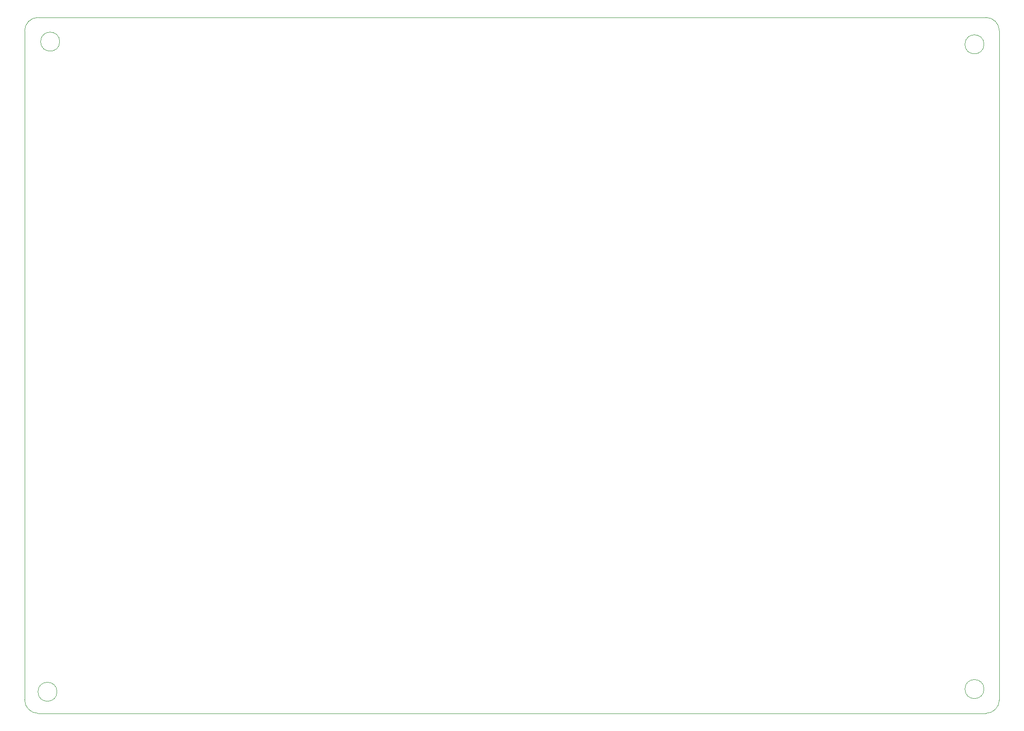
<source format=gbr>
G04 #@! TF.GenerationSoftware,KiCad,Pcbnew,(6.0.10-0)*
G04 #@! TF.CreationDate,2024-07-27T08:04:34-04:00*
G04 #@! TF.ProjectId,6502_wozmon,36353032-5f77-46f7-9a6d-6f6e2e6b6963,rev?*
G04 #@! TF.SameCoordinates,Original*
G04 #@! TF.FileFunction,Profile,NP*
%FSLAX46Y46*%
G04 Gerber Fmt 4.6, Leading zero omitted, Abs format (unit mm)*
G04 Created by KiCad (PCBNEW (6.0.10-0)) date 2024-07-27 08:04:34*
%MOMM*%
%LPD*%
G01*
G04 APERTURE LIST*
G04 #@! TA.AperFunction,Profile*
%ADD10C,0.100000*%
G04 #@! TD*
G04 APERTURE END LIST*
D10*
X24148051Y-13988051D02*
G75*
G03*
X24148051Y-13988051I-1796051J0D01*
G01*
X17544052Y-11956052D02*
X17544052Y-18306052D01*
X198755000Y-140717570D02*
G75*
G03*
X201287670Y-138177518I-3600J2536270D01*
G01*
X20084052Y-9416052D02*
G75*
G03*
X17544052Y-11956052I-2J-2539998D01*
G01*
X17544052Y-138177518D02*
X17544052Y-18306052D01*
X198392051Y-136144000D02*
G75*
G03*
X198392051Y-136144000I-1796051J0D01*
G01*
X201287673Y-11956042D02*
X201287673Y-18306048D01*
X23640051Y-136652000D02*
G75*
G03*
X23640051Y-136652000I-1796051J0D01*
G01*
X198755000Y-140717518D02*
X20084052Y-140717518D01*
X201287670Y-138177518D02*
X201287673Y-18306048D01*
X201287754Y-11956042D02*
G75*
G03*
X198747673Y-9416046I-2539954J42D01*
G01*
X198392051Y-14496051D02*
G75*
G03*
X198392051Y-14496051I-1796051J0D01*
G01*
X198747673Y-9416046D02*
X20084052Y-9416046D01*
X17544052Y-138177518D02*
G75*
G03*
X20084052Y-140717518I2539998J-2D01*
G01*
M02*

</source>
